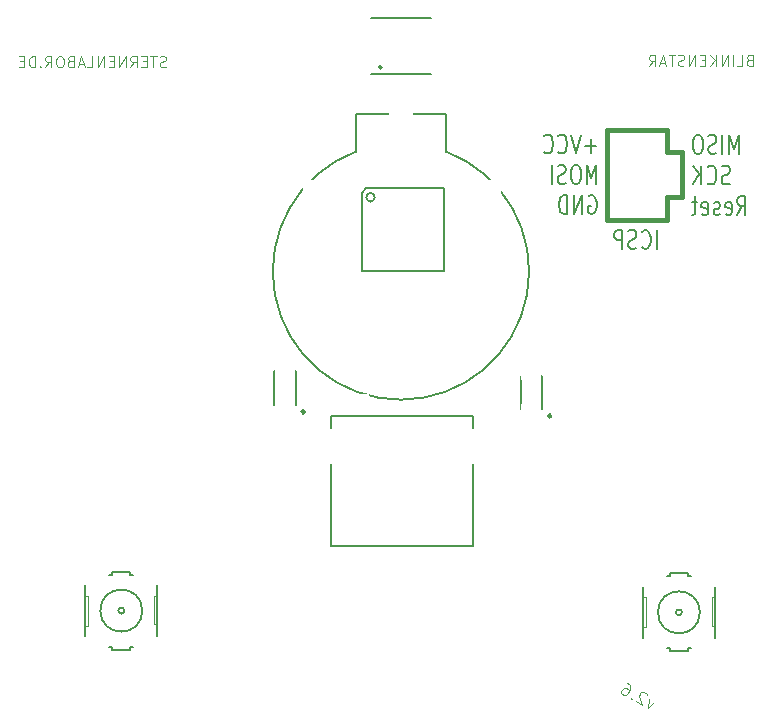
<source format=gbo>
G04 #@! TF.GenerationSoftware,KiCad,Pcbnew,9.0.0*
G04 #@! TF.CreationDate,2025-04-20T11:40:54+02:00*
G04 #@! TF.ProjectId,Blinkenstar,426c696e-6b65-46e7-9374-61722e6b6963,2.6*
G04 #@! TF.SameCoordinates,Original*
G04 #@! TF.FileFunction,Legend,Bot*
G04 #@! TF.FilePolarity,Positive*
%FSLAX46Y46*%
G04 Gerber Fmt 4.6, Leading zero omitted, Abs format (unit mm)*
G04 Created by KiCad (PCBNEW 9.0.0) date 2025-04-20 11:40:54*
%MOMM*%
%LPD*%
G01*
G04 APERTURE LIST*
%ADD10C,0.406400*%
%ADD11C,0.200000*%
%ADD12C,0.081280*%
%ADD13C,0.115000*%
%ADD14C,0.127000*%
%ADD15C,0.152400*%
%ADD16C,0.050800*%
%ADD17C,0.203200*%
%ADD18C,0.250000*%
%ADD19C,1.778000*%
%ADD20C,2.184400*%
%ADD21R,0.300000X1.422400*%
%ADD22R,1.422400X0.300000*%
%ADD23R,1.422400X0.350000*%
%ADD24O,1.524000X3.048000*%
%ADD25R,1.050000X1.080000*%
%ADD26R,1.100000X1.000000*%
%ADD27R,1.080000X1.050000*%
%ADD28R,2.209800X0.609600*%
%ADD29R,1.625600X1.625600*%
%ADD30C,1.625600*%
%ADD31C,1.200000*%
%ADD32R,1.800000X1.500000*%
%ADD33R,1.000000X1.100000*%
G04 APERTURE END LIST*
D10*
X137225000Y-80525000D02*
X137225000Y-82430000D01*
X132145000Y-80525000D02*
X137225000Y-80525000D01*
X138495000Y-86240000D02*
X137225000Y-86240000D01*
X137225000Y-86240000D02*
X137225000Y-88145000D01*
X132145000Y-80525000D02*
X132145000Y-88145000D01*
X138495000Y-82430000D02*
X138495000Y-86240000D01*
X132145000Y-88145000D02*
X137225000Y-88145000D01*
X137225000Y-82430000D02*
X138495000Y-82430000D01*
D11*
X136360149Y-90643790D02*
X136360149Y-89043790D01*
X135103006Y-90491409D02*
X135160149Y-90567600D01*
X135160149Y-90567600D02*
X135331577Y-90643790D01*
X135331577Y-90643790D02*
X135445863Y-90643790D01*
X135445863Y-90643790D02*
X135617292Y-90567600D01*
X135617292Y-90567600D02*
X135731577Y-90415219D01*
X135731577Y-90415219D02*
X135788720Y-90262838D01*
X135788720Y-90262838D02*
X135845863Y-89958076D01*
X135845863Y-89958076D02*
X135845863Y-89729504D01*
X135845863Y-89729504D02*
X135788720Y-89424742D01*
X135788720Y-89424742D02*
X135731577Y-89272361D01*
X135731577Y-89272361D02*
X135617292Y-89119980D01*
X135617292Y-89119980D02*
X135445863Y-89043790D01*
X135445863Y-89043790D02*
X135331577Y-89043790D01*
X135331577Y-89043790D02*
X135160149Y-89119980D01*
X135160149Y-89119980D02*
X135103006Y-89196171D01*
X134645863Y-90567600D02*
X134474435Y-90643790D01*
X134474435Y-90643790D02*
X134188720Y-90643790D01*
X134188720Y-90643790D02*
X134074435Y-90567600D01*
X134074435Y-90567600D02*
X134017292Y-90491409D01*
X134017292Y-90491409D02*
X133960149Y-90339028D01*
X133960149Y-90339028D02*
X133960149Y-90186647D01*
X133960149Y-90186647D02*
X134017292Y-90034266D01*
X134017292Y-90034266D02*
X134074435Y-89958076D01*
X134074435Y-89958076D02*
X134188720Y-89881885D01*
X134188720Y-89881885D02*
X134417292Y-89805695D01*
X134417292Y-89805695D02*
X134531577Y-89729504D01*
X134531577Y-89729504D02*
X134588720Y-89653314D01*
X134588720Y-89653314D02*
X134645863Y-89500933D01*
X134645863Y-89500933D02*
X134645863Y-89348552D01*
X134645863Y-89348552D02*
X134588720Y-89196171D01*
X134588720Y-89196171D02*
X134531577Y-89119980D01*
X134531577Y-89119980D02*
X134417292Y-89043790D01*
X134417292Y-89043790D02*
X134131577Y-89043790D01*
X134131577Y-89043790D02*
X133960149Y-89119980D01*
X133445863Y-90643790D02*
X133445863Y-89043790D01*
X133445863Y-89043790D02*
X132988720Y-89043790D01*
X132988720Y-89043790D02*
X132874435Y-89119980D01*
X132874435Y-89119980D02*
X132817292Y-89196171D01*
X132817292Y-89196171D02*
X132760149Y-89348552D01*
X132760149Y-89348552D02*
X132760149Y-89577123D01*
X132760149Y-89577123D02*
X132817292Y-89729504D01*
X132817292Y-89729504D02*
X132874435Y-89805695D01*
X132874435Y-89805695D02*
X132988720Y-89881885D01*
X132988720Y-89881885D02*
X133445863Y-89881885D01*
D12*
X94818485Y-75186871D02*
X94684953Y-75231381D01*
X94684953Y-75231381D02*
X94462401Y-75231381D01*
X94462401Y-75231381D02*
X94373380Y-75186871D01*
X94373380Y-75186871D02*
X94328869Y-75142360D01*
X94328869Y-75142360D02*
X94284359Y-75053339D01*
X94284359Y-75053339D02*
X94284359Y-74964318D01*
X94284359Y-74964318D02*
X94328869Y-74875297D01*
X94328869Y-74875297D02*
X94373380Y-74830787D01*
X94373380Y-74830787D02*
X94462401Y-74786276D01*
X94462401Y-74786276D02*
X94640443Y-74741766D01*
X94640443Y-74741766D02*
X94729464Y-74697255D01*
X94729464Y-74697255D02*
X94773974Y-74652745D01*
X94773974Y-74652745D02*
X94818485Y-74563724D01*
X94818485Y-74563724D02*
X94818485Y-74474703D01*
X94818485Y-74474703D02*
X94773974Y-74385682D01*
X94773974Y-74385682D02*
X94729464Y-74341171D01*
X94729464Y-74341171D02*
X94640443Y-74296661D01*
X94640443Y-74296661D02*
X94417890Y-74296661D01*
X94417890Y-74296661D02*
X94284359Y-74341171D01*
X94017296Y-74296661D02*
X93483170Y-74296661D01*
X93750233Y-75231381D02*
X93750233Y-74296661D01*
X93171596Y-74741766D02*
X92860023Y-74741766D01*
X92726491Y-75231381D02*
X93171596Y-75231381D01*
X93171596Y-75231381D02*
X93171596Y-74296661D01*
X93171596Y-74296661D02*
X92726491Y-74296661D01*
X91791771Y-75231381D02*
X92103345Y-74786276D01*
X92325897Y-75231381D02*
X92325897Y-74296661D01*
X92325897Y-74296661D02*
X91969813Y-74296661D01*
X91969813Y-74296661D02*
X91880792Y-74341171D01*
X91880792Y-74341171D02*
X91836282Y-74385682D01*
X91836282Y-74385682D02*
X91791771Y-74474703D01*
X91791771Y-74474703D02*
X91791771Y-74608234D01*
X91791771Y-74608234D02*
X91836282Y-74697255D01*
X91836282Y-74697255D02*
X91880792Y-74741766D01*
X91880792Y-74741766D02*
X91969813Y-74786276D01*
X91969813Y-74786276D02*
X92325897Y-74786276D01*
X91391177Y-75231381D02*
X91391177Y-74296661D01*
X91391177Y-74296661D02*
X90857051Y-75231381D01*
X90857051Y-75231381D02*
X90857051Y-74296661D01*
X90411947Y-74741766D02*
X90100374Y-74741766D01*
X89966842Y-75231381D02*
X90411947Y-75231381D01*
X90411947Y-75231381D02*
X90411947Y-74296661D01*
X90411947Y-74296661D02*
X89966842Y-74296661D01*
X89566248Y-75231381D02*
X89566248Y-74296661D01*
X89566248Y-74296661D02*
X89032122Y-75231381D01*
X89032122Y-75231381D02*
X89032122Y-74296661D01*
X88141913Y-75231381D02*
X88587018Y-75231381D01*
X88587018Y-75231381D02*
X88587018Y-74296661D01*
X87874851Y-74964318D02*
X87429746Y-74964318D01*
X87963872Y-75231381D02*
X87652298Y-74296661D01*
X87652298Y-74296661D02*
X87340725Y-75231381D01*
X86717578Y-74741766D02*
X86584046Y-74786276D01*
X86584046Y-74786276D02*
X86539536Y-74830787D01*
X86539536Y-74830787D02*
X86495025Y-74919808D01*
X86495025Y-74919808D02*
X86495025Y-75053339D01*
X86495025Y-75053339D02*
X86539536Y-75142360D01*
X86539536Y-75142360D02*
X86584046Y-75186871D01*
X86584046Y-75186871D02*
X86673067Y-75231381D01*
X86673067Y-75231381D02*
X87029151Y-75231381D01*
X87029151Y-75231381D02*
X87029151Y-74296661D01*
X87029151Y-74296661D02*
X86717578Y-74296661D01*
X86717578Y-74296661D02*
X86628557Y-74341171D01*
X86628557Y-74341171D02*
X86584046Y-74385682D01*
X86584046Y-74385682D02*
X86539536Y-74474703D01*
X86539536Y-74474703D02*
X86539536Y-74563724D01*
X86539536Y-74563724D02*
X86584046Y-74652745D01*
X86584046Y-74652745D02*
X86628557Y-74697255D01*
X86628557Y-74697255D02*
X86717578Y-74741766D01*
X86717578Y-74741766D02*
X87029151Y-74741766D01*
X85916389Y-74296661D02*
X85738347Y-74296661D01*
X85738347Y-74296661D02*
X85649326Y-74341171D01*
X85649326Y-74341171D02*
X85560305Y-74430192D01*
X85560305Y-74430192D02*
X85515795Y-74608234D01*
X85515795Y-74608234D02*
X85515795Y-74919808D01*
X85515795Y-74919808D02*
X85560305Y-75097850D01*
X85560305Y-75097850D02*
X85649326Y-75186871D01*
X85649326Y-75186871D02*
X85738347Y-75231381D01*
X85738347Y-75231381D02*
X85916389Y-75231381D01*
X85916389Y-75231381D02*
X86005410Y-75186871D01*
X86005410Y-75186871D02*
X86094431Y-75097850D01*
X86094431Y-75097850D02*
X86138942Y-74919808D01*
X86138942Y-74919808D02*
X86138942Y-74608234D01*
X86138942Y-74608234D02*
X86094431Y-74430192D01*
X86094431Y-74430192D02*
X86005410Y-74341171D01*
X86005410Y-74341171D02*
X85916389Y-74296661D01*
X84581075Y-75231381D02*
X84892649Y-74786276D01*
X85115201Y-75231381D02*
X85115201Y-74296661D01*
X85115201Y-74296661D02*
X84759117Y-74296661D01*
X84759117Y-74296661D02*
X84670096Y-74341171D01*
X84670096Y-74341171D02*
X84625586Y-74385682D01*
X84625586Y-74385682D02*
X84581075Y-74474703D01*
X84581075Y-74474703D02*
X84581075Y-74608234D01*
X84581075Y-74608234D02*
X84625586Y-74697255D01*
X84625586Y-74697255D02*
X84670096Y-74741766D01*
X84670096Y-74741766D02*
X84759117Y-74786276D01*
X84759117Y-74786276D02*
X85115201Y-74786276D01*
X84180481Y-75142360D02*
X84135971Y-75186871D01*
X84135971Y-75186871D02*
X84180481Y-75231381D01*
X84180481Y-75231381D02*
X84224992Y-75186871D01*
X84224992Y-75186871D02*
X84180481Y-75142360D01*
X84180481Y-75142360D02*
X84180481Y-75231381D01*
X83735376Y-75231381D02*
X83735376Y-74296661D01*
X83735376Y-74296661D02*
X83512824Y-74296661D01*
X83512824Y-74296661D02*
X83379292Y-74341171D01*
X83379292Y-74341171D02*
X83290271Y-74430192D01*
X83290271Y-74430192D02*
X83245761Y-74519213D01*
X83245761Y-74519213D02*
X83201250Y-74697255D01*
X83201250Y-74697255D02*
X83201250Y-74830787D01*
X83201250Y-74830787D02*
X83245761Y-75008829D01*
X83245761Y-75008829D02*
X83290271Y-75097850D01*
X83290271Y-75097850D02*
X83379292Y-75186871D01*
X83379292Y-75186871D02*
X83512824Y-75231381D01*
X83512824Y-75231381D02*
X83735376Y-75231381D01*
X82800656Y-74741766D02*
X82489083Y-74741766D01*
X82355551Y-75231381D02*
X82800656Y-75231381D01*
X82800656Y-75231381D02*
X82800656Y-74296661D01*
X82800656Y-74296661D02*
X82355551Y-74296661D01*
X144212401Y-74641766D02*
X144078869Y-74686276D01*
X144078869Y-74686276D02*
X144034359Y-74730787D01*
X144034359Y-74730787D02*
X143989848Y-74819808D01*
X143989848Y-74819808D02*
X143989848Y-74953339D01*
X143989848Y-74953339D02*
X144034359Y-75042360D01*
X144034359Y-75042360D02*
X144078869Y-75086871D01*
X144078869Y-75086871D02*
X144167890Y-75131381D01*
X144167890Y-75131381D02*
X144523974Y-75131381D01*
X144523974Y-75131381D02*
X144523974Y-74196661D01*
X144523974Y-74196661D02*
X144212401Y-74196661D01*
X144212401Y-74196661D02*
X144123380Y-74241171D01*
X144123380Y-74241171D02*
X144078869Y-74285682D01*
X144078869Y-74285682D02*
X144034359Y-74374703D01*
X144034359Y-74374703D02*
X144034359Y-74463724D01*
X144034359Y-74463724D02*
X144078869Y-74552745D01*
X144078869Y-74552745D02*
X144123380Y-74597255D01*
X144123380Y-74597255D02*
X144212401Y-74641766D01*
X144212401Y-74641766D02*
X144523974Y-74641766D01*
X143144149Y-75131381D02*
X143589254Y-75131381D01*
X143589254Y-75131381D02*
X143589254Y-74196661D01*
X142832576Y-75131381D02*
X142832576Y-74196661D01*
X142387471Y-75131381D02*
X142387471Y-74196661D01*
X142387471Y-74196661D02*
X141853345Y-75131381D01*
X141853345Y-75131381D02*
X141853345Y-74196661D01*
X141408241Y-75131381D02*
X141408241Y-74196661D01*
X140874115Y-75131381D02*
X141274710Y-74597255D01*
X140874115Y-74196661D02*
X141408241Y-74730787D01*
X140473521Y-74641766D02*
X140161948Y-74641766D01*
X140028416Y-75131381D02*
X140473521Y-75131381D01*
X140473521Y-75131381D02*
X140473521Y-74196661D01*
X140473521Y-74196661D02*
X140028416Y-74196661D01*
X139627822Y-75131381D02*
X139627822Y-74196661D01*
X139627822Y-74196661D02*
X139093696Y-75131381D01*
X139093696Y-75131381D02*
X139093696Y-74196661D01*
X138693103Y-75086871D02*
X138559571Y-75131381D01*
X138559571Y-75131381D02*
X138337019Y-75131381D01*
X138337019Y-75131381D02*
X138247998Y-75086871D01*
X138247998Y-75086871D02*
X138203487Y-75042360D01*
X138203487Y-75042360D02*
X138158977Y-74953339D01*
X138158977Y-74953339D02*
X138158977Y-74864318D01*
X138158977Y-74864318D02*
X138203487Y-74775297D01*
X138203487Y-74775297D02*
X138247998Y-74730787D01*
X138247998Y-74730787D02*
X138337019Y-74686276D01*
X138337019Y-74686276D02*
X138515061Y-74641766D01*
X138515061Y-74641766D02*
X138604082Y-74597255D01*
X138604082Y-74597255D02*
X138648592Y-74552745D01*
X138648592Y-74552745D02*
X138693103Y-74463724D01*
X138693103Y-74463724D02*
X138693103Y-74374703D01*
X138693103Y-74374703D02*
X138648592Y-74285682D01*
X138648592Y-74285682D02*
X138604082Y-74241171D01*
X138604082Y-74241171D02*
X138515061Y-74196661D01*
X138515061Y-74196661D02*
X138292508Y-74196661D01*
X138292508Y-74196661D02*
X138158977Y-74241171D01*
X137891914Y-74196661D02*
X137357788Y-74196661D01*
X137624851Y-75131381D02*
X137624851Y-74196661D01*
X137090725Y-74864318D02*
X136645620Y-74864318D01*
X137179746Y-75131381D02*
X136868172Y-74196661D01*
X136868172Y-74196661D02*
X136556599Y-75131381D01*
X135710899Y-75131381D02*
X136022473Y-74686276D01*
X136245025Y-75131381D02*
X136245025Y-74196661D01*
X136245025Y-74196661D02*
X135888941Y-74196661D01*
X135888941Y-74196661D02*
X135799920Y-74241171D01*
X135799920Y-74241171D02*
X135755410Y-74285682D01*
X135755410Y-74285682D02*
X135710899Y-74374703D01*
X135710899Y-74374703D02*
X135710899Y-74508234D01*
X135710899Y-74508234D02*
X135755410Y-74597255D01*
X135755410Y-74597255D02*
X135799920Y-74641766D01*
X135799920Y-74641766D02*
X135888941Y-74686276D01*
X135888941Y-74686276D02*
X136245025Y-74686276D01*
D11*
X143288721Y-82591970D02*
X143288721Y-80991970D01*
X143288721Y-80991970D02*
X142888721Y-82134827D01*
X142888721Y-82134827D02*
X142488721Y-80991970D01*
X142488721Y-80991970D02*
X142488721Y-82591970D01*
X141917292Y-82591970D02*
X141917292Y-80991970D01*
X141403006Y-82515780D02*
X141231578Y-82591970D01*
X141231578Y-82591970D02*
X140945863Y-82591970D01*
X140945863Y-82591970D02*
X140831578Y-82515780D01*
X140831578Y-82515780D02*
X140774435Y-82439589D01*
X140774435Y-82439589D02*
X140717292Y-82287208D01*
X140717292Y-82287208D02*
X140717292Y-82134827D01*
X140717292Y-82134827D02*
X140774435Y-81982446D01*
X140774435Y-81982446D02*
X140831578Y-81906256D01*
X140831578Y-81906256D02*
X140945863Y-81830065D01*
X140945863Y-81830065D02*
X141174435Y-81753875D01*
X141174435Y-81753875D02*
X141288720Y-81677684D01*
X141288720Y-81677684D02*
X141345863Y-81601494D01*
X141345863Y-81601494D02*
X141403006Y-81449113D01*
X141403006Y-81449113D02*
X141403006Y-81296732D01*
X141403006Y-81296732D02*
X141345863Y-81144351D01*
X141345863Y-81144351D02*
X141288720Y-81068160D01*
X141288720Y-81068160D02*
X141174435Y-80991970D01*
X141174435Y-80991970D02*
X140888720Y-80991970D01*
X140888720Y-80991970D02*
X140717292Y-81068160D01*
X139974435Y-80991970D02*
X139745863Y-80991970D01*
X139745863Y-80991970D02*
X139631578Y-81068160D01*
X139631578Y-81068160D02*
X139517292Y-81220541D01*
X139517292Y-81220541D02*
X139460149Y-81525303D01*
X139460149Y-81525303D02*
X139460149Y-82058637D01*
X139460149Y-82058637D02*
X139517292Y-82363399D01*
X139517292Y-82363399D02*
X139631578Y-82515780D01*
X139631578Y-82515780D02*
X139745863Y-82591970D01*
X139745863Y-82591970D02*
X139974435Y-82591970D01*
X139974435Y-82591970D02*
X140088721Y-82515780D01*
X140088721Y-82515780D02*
X140203006Y-82363399D01*
X140203006Y-82363399D02*
X140260149Y-82058637D01*
X140260149Y-82058637D02*
X140260149Y-81525303D01*
X140260149Y-81525303D02*
X140203006Y-81220541D01*
X140203006Y-81220541D02*
X140088721Y-81068160D01*
X140088721Y-81068160D02*
X139974435Y-80991970D01*
X142545863Y-85091690D02*
X142374435Y-85167880D01*
X142374435Y-85167880D02*
X142088720Y-85167880D01*
X142088720Y-85167880D02*
X141974435Y-85091690D01*
X141974435Y-85091690D02*
X141917292Y-85015499D01*
X141917292Y-85015499D02*
X141860149Y-84863118D01*
X141860149Y-84863118D02*
X141860149Y-84710737D01*
X141860149Y-84710737D02*
X141917292Y-84558356D01*
X141917292Y-84558356D02*
X141974435Y-84482166D01*
X141974435Y-84482166D02*
X142088720Y-84405975D01*
X142088720Y-84405975D02*
X142317292Y-84329785D01*
X142317292Y-84329785D02*
X142431577Y-84253594D01*
X142431577Y-84253594D02*
X142488720Y-84177404D01*
X142488720Y-84177404D02*
X142545863Y-84025023D01*
X142545863Y-84025023D02*
X142545863Y-83872642D01*
X142545863Y-83872642D02*
X142488720Y-83720261D01*
X142488720Y-83720261D02*
X142431577Y-83644070D01*
X142431577Y-83644070D02*
X142317292Y-83567880D01*
X142317292Y-83567880D02*
X142031577Y-83567880D01*
X142031577Y-83567880D02*
X141860149Y-83644070D01*
X140660149Y-85015499D02*
X140717292Y-85091690D01*
X140717292Y-85091690D02*
X140888720Y-85167880D01*
X140888720Y-85167880D02*
X141003006Y-85167880D01*
X141003006Y-85167880D02*
X141174435Y-85091690D01*
X141174435Y-85091690D02*
X141288720Y-84939309D01*
X141288720Y-84939309D02*
X141345863Y-84786928D01*
X141345863Y-84786928D02*
X141403006Y-84482166D01*
X141403006Y-84482166D02*
X141403006Y-84253594D01*
X141403006Y-84253594D02*
X141345863Y-83948832D01*
X141345863Y-83948832D02*
X141288720Y-83796451D01*
X141288720Y-83796451D02*
X141174435Y-83644070D01*
X141174435Y-83644070D02*
X141003006Y-83567880D01*
X141003006Y-83567880D02*
X140888720Y-83567880D01*
X140888720Y-83567880D02*
X140717292Y-83644070D01*
X140717292Y-83644070D02*
X140660149Y-83720261D01*
X140145863Y-85167880D02*
X140145863Y-83567880D01*
X139460149Y-85167880D02*
X139974435Y-84253594D01*
X139460149Y-83567880D02*
X140145863Y-84482166D01*
X143174434Y-87743790D02*
X143574434Y-86981885D01*
X143860148Y-87743790D02*
X143860148Y-86143790D01*
X143860148Y-86143790D02*
X143403005Y-86143790D01*
X143403005Y-86143790D02*
X143288720Y-86219980D01*
X143288720Y-86219980D02*
X143231577Y-86296171D01*
X143231577Y-86296171D02*
X143174434Y-86448552D01*
X143174434Y-86448552D02*
X143174434Y-86677123D01*
X143174434Y-86677123D02*
X143231577Y-86829504D01*
X143231577Y-86829504D02*
X143288720Y-86905695D01*
X143288720Y-86905695D02*
X143403005Y-86981885D01*
X143403005Y-86981885D02*
X143860148Y-86981885D01*
X142203005Y-87667600D02*
X142317291Y-87743790D01*
X142317291Y-87743790D02*
X142545863Y-87743790D01*
X142545863Y-87743790D02*
X142660148Y-87667600D01*
X142660148Y-87667600D02*
X142717291Y-87515219D01*
X142717291Y-87515219D02*
X142717291Y-86905695D01*
X142717291Y-86905695D02*
X142660148Y-86753314D01*
X142660148Y-86753314D02*
X142545863Y-86677123D01*
X142545863Y-86677123D02*
X142317291Y-86677123D01*
X142317291Y-86677123D02*
X142203005Y-86753314D01*
X142203005Y-86753314D02*
X142145863Y-86905695D01*
X142145863Y-86905695D02*
X142145863Y-87058076D01*
X142145863Y-87058076D02*
X142717291Y-87210457D01*
X141688720Y-87667600D02*
X141574434Y-87743790D01*
X141574434Y-87743790D02*
X141345863Y-87743790D01*
X141345863Y-87743790D02*
X141231577Y-87667600D01*
X141231577Y-87667600D02*
X141174434Y-87515219D01*
X141174434Y-87515219D02*
X141174434Y-87439028D01*
X141174434Y-87439028D02*
X141231577Y-87286647D01*
X141231577Y-87286647D02*
X141345863Y-87210457D01*
X141345863Y-87210457D02*
X141517292Y-87210457D01*
X141517292Y-87210457D02*
X141631577Y-87134266D01*
X141631577Y-87134266D02*
X141688720Y-86981885D01*
X141688720Y-86981885D02*
X141688720Y-86905695D01*
X141688720Y-86905695D02*
X141631577Y-86753314D01*
X141631577Y-86753314D02*
X141517292Y-86677123D01*
X141517292Y-86677123D02*
X141345863Y-86677123D01*
X141345863Y-86677123D02*
X141231577Y-86753314D01*
X140203005Y-87667600D02*
X140317291Y-87743790D01*
X140317291Y-87743790D02*
X140545863Y-87743790D01*
X140545863Y-87743790D02*
X140660148Y-87667600D01*
X140660148Y-87667600D02*
X140717291Y-87515219D01*
X140717291Y-87515219D02*
X140717291Y-86905695D01*
X140717291Y-86905695D02*
X140660148Y-86753314D01*
X140660148Y-86753314D02*
X140545863Y-86677123D01*
X140545863Y-86677123D02*
X140317291Y-86677123D01*
X140317291Y-86677123D02*
X140203005Y-86753314D01*
X140203005Y-86753314D02*
X140145863Y-86905695D01*
X140145863Y-86905695D02*
X140145863Y-87058076D01*
X140145863Y-87058076D02*
X140717291Y-87210457D01*
X139803006Y-86677123D02*
X139345863Y-86677123D01*
X139631577Y-86143790D02*
X139631577Y-87515219D01*
X139631577Y-87515219D02*
X139574434Y-87667600D01*
X139574434Y-87667600D02*
X139460149Y-87743790D01*
X139460149Y-87743790D02*
X139345863Y-87743790D01*
X131232707Y-81932446D02*
X130318422Y-81932446D01*
X130775564Y-82541970D02*
X130775564Y-81322922D01*
X129918422Y-80941970D02*
X129518422Y-82541970D01*
X129518422Y-82541970D02*
X129118422Y-80941970D01*
X128032708Y-82389589D02*
X128089851Y-82465780D01*
X128089851Y-82465780D02*
X128261279Y-82541970D01*
X128261279Y-82541970D02*
X128375565Y-82541970D01*
X128375565Y-82541970D02*
X128546994Y-82465780D01*
X128546994Y-82465780D02*
X128661279Y-82313399D01*
X128661279Y-82313399D02*
X128718422Y-82161018D01*
X128718422Y-82161018D02*
X128775565Y-81856256D01*
X128775565Y-81856256D02*
X128775565Y-81627684D01*
X128775565Y-81627684D02*
X128718422Y-81322922D01*
X128718422Y-81322922D02*
X128661279Y-81170541D01*
X128661279Y-81170541D02*
X128546994Y-81018160D01*
X128546994Y-81018160D02*
X128375565Y-80941970D01*
X128375565Y-80941970D02*
X128261279Y-80941970D01*
X128261279Y-80941970D02*
X128089851Y-81018160D01*
X128089851Y-81018160D02*
X128032708Y-81094351D01*
X126832708Y-82389589D02*
X126889851Y-82465780D01*
X126889851Y-82465780D02*
X127061279Y-82541970D01*
X127061279Y-82541970D02*
X127175565Y-82541970D01*
X127175565Y-82541970D02*
X127346994Y-82465780D01*
X127346994Y-82465780D02*
X127461279Y-82313399D01*
X127461279Y-82313399D02*
X127518422Y-82161018D01*
X127518422Y-82161018D02*
X127575565Y-81856256D01*
X127575565Y-81856256D02*
X127575565Y-81627684D01*
X127575565Y-81627684D02*
X127518422Y-81322922D01*
X127518422Y-81322922D02*
X127461279Y-81170541D01*
X127461279Y-81170541D02*
X127346994Y-81018160D01*
X127346994Y-81018160D02*
X127175565Y-80941970D01*
X127175565Y-80941970D02*
X127061279Y-80941970D01*
X127061279Y-80941970D02*
X126889851Y-81018160D01*
X126889851Y-81018160D02*
X126832708Y-81094351D01*
X131232707Y-85117880D02*
X131232707Y-83517880D01*
X131232707Y-83517880D02*
X130832707Y-84660737D01*
X130832707Y-84660737D02*
X130432707Y-83517880D01*
X130432707Y-83517880D02*
X130432707Y-85117880D01*
X129632707Y-83517880D02*
X129404135Y-83517880D01*
X129404135Y-83517880D02*
X129289850Y-83594070D01*
X129289850Y-83594070D02*
X129175564Y-83746451D01*
X129175564Y-83746451D02*
X129118421Y-84051213D01*
X129118421Y-84051213D02*
X129118421Y-84584547D01*
X129118421Y-84584547D02*
X129175564Y-84889309D01*
X129175564Y-84889309D02*
X129289850Y-85041690D01*
X129289850Y-85041690D02*
X129404135Y-85117880D01*
X129404135Y-85117880D02*
X129632707Y-85117880D01*
X129632707Y-85117880D02*
X129746993Y-85041690D01*
X129746993Y-85041690D02*
X129861278Y-84889309D01*
X129861278Y-84889309D02*
X129918421Y-84584547D01*
X129918421Y-84584547D02*
X129918421Y-84051213D01*
X129918421Y-84051213D02*
X129861278Y-83746451D01*
X129861278Y-83746451D02*
X129746993Y-83594070D01*
X129746993Y-83594070D02*
X129632707Y-83517880D01*
X128661278Y-85041690D02*
X128489850Y-85117880D01*
X128489850Y-85117880D02*
X128204135Y-85117880D01*
X128204135Y-85117880D02*
X128089850Y-85041690D01*
X128089850Y-85041690D02*
X128032707Y-84965499D01*
X128032707Y-84965499D02*
X127975564Y-84813118D01*
X127975564Y-84813118D02*
X127975564Y-84660737D01*
X127975564Y-84660737D02*
X128032707Y-84508356D01*
X128032707Y-84508356D02*
X128089850Y-84432166D01*
X128089850Y-84432166D02*
X128204135Y-84355975D01*
X128204135Y-84355975D02*
X128432707Y-84279785D01*
X128432707Y-84279785D02*
X128546992Y-84203594D01*
X128546992Y-84203594D02*
X128604135Y-84127404D01*
X128604135Y-84127404D02*
X128661278Y-83975023D01*
X128661278Y-83975023D02*
X128661278Y-83822642D01*
X128661278Y-83822642D02*
X128604135Y-83670261D01*
X128604135Y-83670261D02*
X128546992Y-83594070D01*
X128546992Y-83594070D02*
X128432707Y-83517880D01*
X128432707Y-83517880D02*
X128146992Y-83517880D01*
X128146992Y-83517880D02*
X127975564Y-83594070D01*
X127461278Y-85117880D02*
X127461278Y-83517880D01*
X130604136Y-86169980D02*
X130718422Y-86093790D01*
X130718422Y-86093790D02*
X130889850Y-86093790D01*
X130889850Y-86093790D02*
X131061279Y-86169980D01*
X131061279Y-86169980D02*
X131175564Y-86322361D01*
X131175564Y-86322361D02*
X131232707Y-86474742D01*
X131232707Y-86474742D02*
X131289850Y-86779504D01*
X131289850Y-86779504D02*
X131289850Y-87008076D01*
X131289850Y-87008076D02*
X131232707Y-87312838D01*
X131232707Y-87312838D02*
X131175564Y-87465219D01*
X131175564Y-87465219D02*
X131061279Y-87617600D01*
X131061279Y-87617600D02*
X130889850Y-87693790D01*
X130889850Y-87693790D02*
X130775564Y-87693790D01*
X130775564Y-87693790D02*
X130604136Y-87617600D01*
X130604136Y-87617600D02*
X130546993Y-87541409D01*
X130546993Y-87541409D02*
X130546993Y-87008076D01*
X130546993Y-87008076D02*
X130775564Y-87008076D01*
X130032707Y-87693790D02*
X130032707Y-86093790D01*
X130032707Y-86093790D02*
X129346993Y-87693790D01*
X129346993Y-87693790D02*
X129346993Y-86093790D01*
X128775564Y-87693790D02*
X128775564Y-86093790D01*
X128775564Y-86093790D02*
X128489850Y-86093790D01*
X128489850Y-86093790D02*
X128318421Y-86169980D01*
X128318421Y-86169980D02*
X128204136Y-86322361D01*
X128204136Y-86322361D02*
X128146993Y-86474742D01*
X128146993Y-86474742D02*
X128089850Y-86779504D01*
X128089850Y-86779504D02*
X128089850Y-87008076D01*
X128089850Y-87008076D02*
X128146993Y-87312838D01*
X128146993Y-87312838D02*
X128204136Y-87465219D01*
X128204136Y-87465219D02*
X128318421Y-87617600D01*
X128318421Y-87617600D02*
X128489850Y-87693790D01*
X128489850Y-87693790D02*
X128775564Y-87693790D01*
D13*
X136154603Y-129003317D02*
X135613084Y-129496860D01*
X135613084Y-129496860D02*
X135719436Y-128771934D01*
X135530511Y-128392383D02*
X135510132Y-128325729D01*
X135510132Y-128325729D02*
X135446237Y-128235935D01*
X135446237Y-128235935D02*
X135228654Y-128120244D01*
X135228654Y-128120244D02*
X135118482Y-128117484D01*
X135118482Y-128117484D02*
X135051827Y-128137863D01*
X135051827Y-128137863D02*
X134962034Y-128201758D01*
X134962034Y-128201758D02*
X134915757Y-128288791D01*
X134915757Y-128288791D02*
X134889859Y-128442480D01*
X134889859Y-128442480D02*
X135134401Y-129242339D01*
X135134401Y-129242339D02*
X134568684Y-128941542D01*
X134223310Y-128646264D02*
X134156655Y-128666643D01*
X134156655Y-128666643D02*
X134177034Y-128733298D01*
X134177034Y-128733298D02*
X134243689Y-128712919D01*
X134243689Y-128712919D02*
X134223310Y-128646264D01*
X134223310Y-128646264D02*
X134177034Y-128733298D01*
X133836119Y-127379821D02*
X134010186Y-127472374D01*
X134010186Y-127472374D02*
X134074081Y-127562167D01*
X134074081Y-127562167D02*
X134094460Y-127628822D01*
X134094460Y-127628822D02*
X134112079Y-127805648D01*
X134112079Y-127805648D02*
X134063042Y-128002853D01*
X134063042Y-128002853D02*
X133877936Y-128350987D01*
X133877936Y-128350987D02*
X133788143Y-128414882D01*
X133788143Y-128414882D02*
X133721488Y-128435261D01*
X133721488Y-128435261D02*
X133611317Y-128432501D01*
X133611317Y-128432501D02*
X133437250Y-128339948D01*
X133437250Y-128339948D02*
X133373355Y-128250155D01*
X133373355Y-128250155D02*
X133352976Y-128183500D01*
X133352976Y-128183500D02*
X133355736Y-128073328D01*
X133355736Y-128073328D02*
X133471427Y-127855745D01*
X133471427Y-127855745D02*
X133561220Y-127791849D01*
X133561220Y-127791849D02*
X133627875Y-127771471D01*
X133627875Y-127771471D02*
X133738047Y-127774231D01*
X133738047Y-127774231D02*
X133912114Y-127866784D01*
X133912114Y-127866784D02*
X133976009Y-127956577D01*
X133976009Y-127956577D02*
X133996387Y-128023232D01*
X133996387Y-128023232D02*
X133993628Y-128133403D01*
D11*
X110895155Y-82380577D02*
X110895155Y-79220577D01*
D14*
X110895155Y-82395577D02*
X110895155Y-82380577D01*
D11*
X118515155Y-79220577D02*
X110895155Y-79220577D01*
X118515155Y-82380577D02*
X118515155Y-79220577D01*
D14*
X118515155Y-82395577D02*
X118515155Y-82380577D01*
D11*
X118515155Y-82380577D02*
G75*
G02*
X110895155Y-82380577I-3810000J-10160000D01*
G01*
D15*
X111367400Y-85850000D02*
X111367400Y-92505000D01*
X111367400Y-85850000D02*
X111722400Y-85495000D01*
X111367400Y-92505000D02*
X118377400Y-92505000D01*
X118377400Y-85495000D02*
X111722400Y-85495000D01*
X118377400Y-92505000D02*
X118377400Y-85495000D01*
X112488400Y-86256800D02*
G75*
G02*
X111770000Y-86256800I-359200J0D01*
G01*
X111770000Y-86256800D02*
G75*
G02*
X112488400Y-86256800I359200J0D01*
G01*
X135190455Y-120127759D02*
X135190455Y-119238759D01*
D16*
X135190455Y-120127759D02*
X135444455Y-120127759D01*
D15*
X135190455Y-122667759D02*
X135190455Y-120127759D01*
X135190455Y-123556759D02*
X135190455Y-122667759D01*
D16*
X135444455Y-122667759D02*
X135190455Y-122667759D01*
X135444455Y-122667759D02*
X135444455Y-120127759D01*
D15*
X137476455Y-118095759D02*
X137476455Y-118349759D01*
X137476455Y-118095759D02*
X139000455Y-118095759D01*
X137476455Y-118349759D02*
X137222455Y-118349759D01*
X137476455Y-124445759D02*
X137222455Y-124445759D01*
X137476455Y-124445759D02*
X137476455Y-124699759D01*
X139000455Y-118349759D02*
X139000455Y-118095759D01*
X139000455Y-118349759D02*
X139254455Y-118349759D01*
X139000455Y-124445759D02*
X139254455Y-124445759D01*
X139000455Y-124699759D02*
X137476455Y-124699759D01*
X139000455Y-124699759D02*
X139000455Y-124445759D01*
D16*
X141032455Y-120127759D02*
X141286455Y-120127759D01*
X141032455Y-122540759D02*
X141032455Y-120127759D01*
X141032455Y-122540759D02*
X141286455Y-122540759D01*
D15*
X141286455Y-119238759D02*
X141286455Y-120127759D01*
X141286455Y-120127759D02*
X141286455Y-122540759D01*
X141286455Y-122540759D02*
X141286455Y-123556759D01*
X138492455Y-121397759D02*
G75*
G02*
X137984455Y-121397759I-254000J0D01*
G01*
X137984455Y-121397759D02*
G75*
G02*
X138492455Y-121397759I254000J0D01*
G01*
X140016455Y-121397759D02*
G75*
G02*
X136460455Y-121397759I-1778000J0D01*
G01*
X136460455Y-121397759D02*
G75*
G02*
X140016455Y-121397759I1778000J0D01*
G01*
X112135000Y-71088000D02*
X117239600Y-71088000D01*
X117239600Y-75812000D02*
X112135000Y-75812000D01*
D17*
X113091000Y-75253400D02*
G75*
G02*
X112803800Y-75253400I-143600J0D01*
G01*
X112803800Y-75253400D02*
G75*
G02*
X113091000Y-75253400I143600J0D01*
G01*
X108794055Y-104796459D02*
X108794055Y-105796459D01*
X108794055Y-115796459D02*
X108794055Y-108796459D01*
X120794055Y-104796459D02*
X108794055Y-104796459D01*
X120794055Y-104796459D02*
X120794055Y-105796459D01*
X120794055Y-115796459D02*
X108794055Y-115796459D01*
X120794055Y-115796459D02*
X120794055Y-108796459D01*
D14*
X124850000Y-101350000D02*
X125032500Y-101350000D01*
X124850000Y-104150000D02*
X124850000Y-101350000D01*
X124850000Y-104150000D02*
X125032500Y-104150000D01*
X126650000Y-101350000D02*
X126467500Y-101350000D01*
X126650000Y-104150000D02*
X126467500Y-104150000D01*
X126650000Y-104150000D02*
X126650000Y-101350000D01*
D18*
X127414000Y-104775000D02*
G75*
G02*
X127164000Y-104775000I-125000J0D01*
G01*
X127164000Y-104775000D02*
G75*
G02*
X127414000Y-104775000I125000J0D01*
G01*
D14*
X103993000Y-101000000D02*
X104175500Y-101000000D01*
X103993000Y-103800000D02*
X103993000Y-101000000D01*
X103993000Y-103800000D02*
X104175500Y-103800000D01*
X105793000Y-101000000D02*
X105610500Y-101000000D01*
X105793000Y-103800000D02*
X105610500Y-103800000D01*
X105793000Y-103800000D02*
X105793000Y-101000000D01*
D18*
X106557000Y-104425000D02*
G75*
G02*
X106307000Y-104425000I-125000J0D01*
G01*
X106307000Y-104425000D02*
G75*
G02*
X106557000Y-104425000I125000J0D01*
G01*
D15*
X87979855Y-119978959D02*
X87979855Y-119089959D01*
D16*
X87979855Y-119978959D02*
X88233855Y-119978959D01*
D15*
X87979855Y-122518959D02*
X87979855Y-119978959D01*
X87979855Y-123407959D02*
X87979855Y-122518959D01*
D16*
X88233855Y-122518959D02*
X87979855Y-122518959D01*
X88233855Y-122518959D02*
X88233855Y-119978959D01*
D15*
X90265855Y-117946959D02*
X90265855Y-118200959D01*
X90265855Y-117946959D02*
X91789855Y-117946959D01*
X90265855Y-118200959D02*
X90011855Y-118200959D01*
X90265855Y-124296959D02*
X90011855Y-124296959D01*
X90265855Y-124296959D02*
X90265855Y-124550959D01*
X91789855Y-118200959D02*
X91789855Y-117946959D01*
X91789855Y-118200959D02*
X92043855Y-118200959D01*
X91789855Y-124296959D02*
X92043855Y-124296959D01*
X91789855Y-124550959D02*
X90265855Y-124550959D01*
X91789855Y-124550959D02*
X91789855Y-124296959D01*
D16*
X93821855Y-119978959D02*
X94075855Y-119978959D01*
X93821855Y-122391959D02*
X93821855Y-119978959D01*
X93821855Y-122391959D02*
X94075855Y-122391959D01*
D15*
X94075855Y-119089959D02*
X94075855Y-119978959D01*
X94075855Y-119978959D02*
X94075855Y-122391959D01*
X94075855Y-122391959D02*
X94075855Y-123407959D01*
X91281855Y-121248959D02*
G75*
G02*
X90773855Y-121248959I-254000J0D01*
G01*
X90773855Y-121248959D02*
G75*
G02*
X91281855Y-121248959I254000J0D01*
G01*
X92805855Y-121248959D02*
G75*
G02*
X89249855Y-121248959I-1778000J0D01*
G01*
X89249855Y-121248959D02*
G75*
G02*
X92805855Y-121248959I1778000J0D01*
G01*
%LPC*%
D19*
X122294055Y-98326459D03*
X122294055Y-95786459D03*
X122294055Y-93246459D03*
X122294055Y-90706459D03*
X122294055Y-88166459D03*
X122294055Y-85626459D03*
X122294055Y-83086459D03*
X122294055Y-80546459D03*
X107294055Y-80546459D03*
X107294055Y-83086459D03*
X107294055Y-85626459D03*
X107294055Y-88166459D03*
X107294055Y-90706459D03*
X107294055Y-93246459D03*
X107294055Y-95786459D03*
X107294055Y-98326459D03*
D20*
X114705155Y-78880577D03*
X114705155Y-99880577D03*
D21*
X112072400Y-84711200D03*
X112872400Y-84711200D03*
X113672400Y-84711200D03*
X114472400Y-84711200D03*
X115272400Y-84711200D03*
X116072400Y-84711200D03*
X116872400Y-84711200D03*
X117672400Y-84711200D03*
D22*
X119161200Y-86200000D03*
X119161200Y-87000000D03*
X119161200Y-87800000D03*
X119161200Y-88600000D03*
X119161200Y-89400000D03*
X119161200Y-90200000D03*
X119161200Y-91000000D03*
D23*
X119161200Y-91825000D03*
D21*
X117672400Y-93288800D03*
X116872400Y-93288800D03*
X116072400Y-93288800D03*
X115272400Y-93288800D03*
X114472400Y-93288800D03*
X113672400Y-93288800D03*
X112872400Y-93288800D03*
X112072400Y-93288800D03*
D22*
X110583600Y-91800000D03*
X110583600Y-91000000D03*
X110583600Y-90200000D03*
X110583600Y-89400000D03*
X110583600Y-88600000D03*
X110583600Y-87800000D03*
X110583600Y-87000000D03*
X110583600Y-86200000D03*
D24*
X135977855Y-118146559D03*
X135977855Y-124648959D03*
X140499055Y-118146559D03*
X140499055Y-124648959D03*
D25*
X116796814Y-95801699D03*
X115046814Y-95801699D03*
D26*
X108670118Y-75958318D03*
X108670118Y-74258318D03*
D27*
X109526015Y-82033599D03*
X109526015Y-80283599D03*
D26*
X119915114Y-82021302D03*
X119915114Y-80321302D03*
D27*
X111933055Y-80306459D03*
X111933055Y-82056459D03*
D28*
X111321800Y-75355000D03*
X111321800Y-74085000D03*
X111321800Y-72815000D03*
X111321800Y-71545000D03*
X118052800Y-71545000D03*
X118052800Y-72815000D03*
X118052800Y-74085000D03*
X118052800Y-75355000D03*
D26*
X121055155Y-76031980D03*
X121055155Y-74331980D03*
D29*
X135950000Y-81800000D03*
D30*
X133410000Y-81800000D03*
X135950000Y-84340000D03*
X133410000Y-84340000D03*
X135950000Y-86880000D03*
X133410000Y-86880000D03*
D31*
X109794055Y-114796459D03*
X119794055Y-114796459D03*
X109794055Y-112296459D03*
X119794055Y-112296459D03*
X114794055Y-107296459D03*
D20*
X119794055Y-107296459D03*
X117294055Y-107296459D03*
X114794055Y-112296459D03*
X109794055Y-107296459D03*
X112294055Y-107296459D03*
D32*
X125750000Y-100950000D03*
X125750000Y-104550000D03*
D26*
X117594055Y-80331459D03*
X117594055Y-82031459D03*
D32*
X104893000Y-100600000D03*
X104893000Y-104200000D03*
D26*
X111450000Y-101700000D03*
X111450000Y-103400000D03*
D33*
X113100000Y-96750000D03*
X111400000Y-96750000D03*
D24*
X88767255Y-117997759D03*
X88767255Y-124500159D03*
X93288455Y-117997759D03*
X93288455Y-124500159D03*
%LPD*%
M02*

</source>
